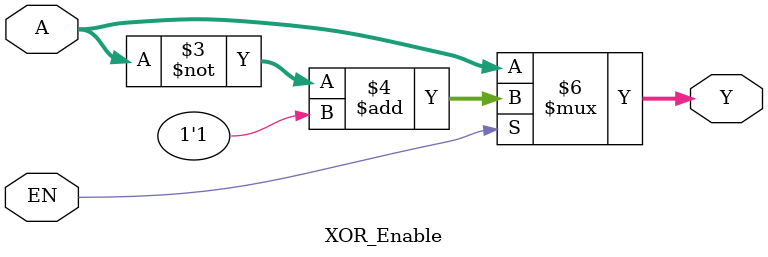
<source format=v>
`timescale 1ns / 1ps


module XOR_Enable(
    input [31:0] A,
    input EN,
    output reg [31:0] Y
    );
       always @(*)
       begin
         if (EN==1) Y=~A+1'b1;
         else Y=A;
       end
endmodule

</source>
